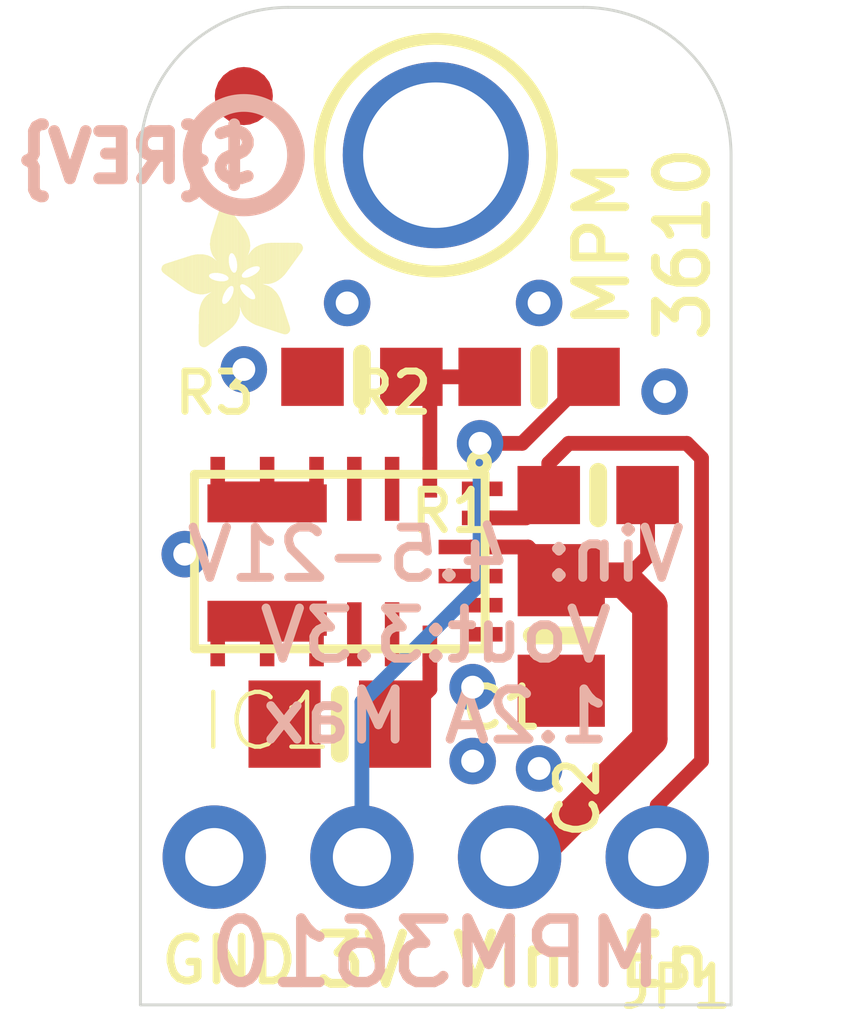
<source format=kicad_pcb>
(kicad_pcb (version 20241229) (generator "pcbnew") (generator_version "9.0")
  (layers (0 "F.Cu" signal) (2 "B.Cu" signal) (13 "F.Paste" user) (15 "B.Paste" user) (5 "F.SilkS" user "F.Silkscreen") (7 "B.SilkS" user "B.Silkscreen") (1 "F.Mask" user) (3 "B.Mask" user) (25 "Edge.Cuts" user))
  (net 0 "")
  (net 1 "GND")
  (net 2 "3.3V")
  (net 3 "VIN")
  (net 4 "EN")
  (net 5 "VCC")
  (net 6 "FB")
  (net 7 "SW")
  (footprint "Adafruit MPM3610:0603-NO" (layer "F.Cu") (at 151.2951 104.8131 180)
    (property "Reference" "R1" (at 1.778 0.127 0) (layer "F.SilkS") (effects (font (size 0.692831 0.692831) (thickness 0.119969)) (justify right top)))
    (property "Value" "75K")
    (pad "1" smd rect (at -0.85 0 180) (size 1.075 1) (layers "F.Cu" "F.Mask" "F.Paste") (net 3 "VIN"))
    (pad "2" smd rect (at 0.85 0 180) (size 1.075 1) (layers "F.Cu" "F.Mask" "F.Paste") (net 4 "EN"))
  )
  (footprint "Adafruit MPM3610:0603-NO" (layer "F.Cu") (at 147.2311 102.7811 180)
    (property "Reference" "R3" (at 1.778 0.127 0) (layer "F.SilkS") (effects (font (size 0.692831 0.692831) (thickness 0.119969)) (justify right top)))
    (property "Value" "24K")
    (pad "1" smd rect (at -0.85 0 180) (size 1.075 1) (layers "F.Cu" "F.Mask" "F.Paste") (net 6 "FB"))
    (pad "2" smd rect (at 0.85 0 180) (size 1.075 1) (layers "F.Cu" "F.Mask" "F.Paste") (net 1 "GND"))
  )
  (footprint "Adafruit MPM3610:0805-NO" (layer "F.Cu") (at 150.6601 107.2261 -90)
    (property "Reference" "C2" (at 2.032 0.127 90) (layer "F.SilkS") (effects (font (size 0.692831 0.692831) (thickness 0.119969)) (justify right top)))
    (property "Value" "22uF")
    (pad "1" smd rect (at -0.95 0 270) (size 1.24 1.5) (layers "F.Cu" "F.Mask" "F.Paste") (net 3 "VIN"))
    (pad "2" smd rect (at 0.95 0 270) (size 1.24 1.5) (layers "F.Cu" "F.Mask" "F.Paste") (net 1 "GND"))
  )
  (footprint "Adafruit MPM3610:0603-NO" (layer "F.Cu") (at 150.2791 102.7811 180)
    (property "Reference" "R2" (at 1.778 0.127 0) (layer "F.SilkS") (effects (font (size 0.692831 0.692831) (thickness 0.119969)) (justify right top)))
    (property "Value" "75K")
    (pad "1" smd rect (at -0.85 0 180) (size 1.075 1) (layers "F.Cu" "F.Mask" "F.Paste") (net 2 "3.3V"))
    (pad "2" smd rect (at 0.85 0 180) (size 1.075 1) (layers "F.Cu" "F.Mask" "F.Paste") (net 6 "FB"))
  )
  (footprint "Adafruit MPM3610:FIDUCIAL_1MM" (layer "F.Cu") (at 145.1991 97.9551)
    (property "Reference" "FID1" (hide yes))
    (property "Value" "FIDUCIAL_1MM" (hide yes))
    (pad "1" smd roundrect (at 0 0) (size 1 1) (layers "F.Cu" "F.Mask") (roundrect_rratio 0.5))
  )
  (footprint "Adafruit MPM3610:0805-NO" (layer "F.Cu") (at 146.8501 108.7501)
    (property "Reference" "C1" (at 2.032 0.127 0) (layer "F.SilkS") (effects (font (size 0.692831 0.692831) (thickness 0.119969)) (justify left bottom)))
    (property "Value" "22uF")
    (pad "1" smd rect (at -0.95 0) (size 1.24 1.5) (layers "F.Cu" "F.Mask" "F.Paste") (net 2 "3.3V"))
    (pad "2" smd rect (at 0.95 0) (size 1.24 1.5) (layers "F.Cu" "F.Mask" "F.Paste") (net 1 "GND"))
  )
  (footprint "Adafruit MPM3610:MPM3610" (layer "F.Cu") (at 146.8501 105.9561 -90)
    (property "Reference" "IC1" (at 3.3 2.45 0) (layer "F.SilkS") (effects (font (size 0.941222 0.941222) (thickness 0.074778)) (justify left bottom)))
    (property "Value" "MPM3610")
    (fp_poly (pts (xy 1.2762 0.4238) (xy 1.3762 0.4238) (xy 1.3762 2.2762) (xy 0.6738 2.2762) (xy 0.6738 0.2238) (xy 1.2762 0.2238)) (fill yes) (layer "F.Cu"))
    (fp_poly (pts (xy -0.6738 2.2762) (xy -1.3262 2.2762) (xy -1.3262 2.0762) (xy -1.3762 2.0762) (xy -1.3762 0.4238) (xy -1.3262 0.4238) (xy -1.3262 0.2238) (xy -0.6738 0.2238)) (fill yes) (layer "F.Cu"))
    (pad "1" smd rect (at -1.45 -1.55 270) (size 0.7 0.25) (layers "F.Cu" "F.Mask" "F.Paste") (net 6 "FB"))
    (pad "2" smd rect (at -1.25 -0.9 270) (size 1.1 0.25) (layers "F.Cu" "F.Mask" "F.Paste") (net 5 "VCC"))
    (pad "3" smd rect (at -1.25 -0.25 270) (size 1.1 0.25) (layers "F.Cu" "F.Mask" "F.Paste") (net 1 "GND"))
    (pad "4" smd rect (at -1.45 0.4 270) (size 0.7 0.25) (layers "F.Cu" "F.Mask" "F.Paste") (net 7 "SW"))
    (pad "5" smd rect (at -1.45 1.25 270) (size 0.7 0.25) (layers "F.Cu" "F.Mask" "F.Paste") (net 7 "SW"))
    (pad "6" smd rect (at -1.45 2.1 270) (size 0.7 0.25) (layers "F.Cu" "F.Mask" "F.Paste") (net 7 "SW"))
    (pad "7" smd rect (at 1.45 2.1 270) (size 0.7 0.25) (layers "F.Cu" "F.Mask" "F.Paste") (net 2 "3.3V"))
    (pad "8" smd rect (at 1.45 1.25 270) (size 0.7 0.25) (layers "F.Cu" "F.Mask" "F.Paste") (net 2 "3.3V"))
    (pad "9" smd rect (at 1.45 0.4 270) (size 0.7 0.25) (layers "F.Cu" "F.Mask" "F.Paste") (net 2 "3.3V"))
    (pad "10" smd rect (at 1.25 -0.25 270) (size 1.1 0.25) (layers "F.Cu" "F.Mask" "F.Paste"))
    (pad "11" smd rect (at 1.25 -0.9 270) (size 1.1 0.25) (layers "F.Cu" "F.Mask" "F.Paste"))
    (pad "12" smd rect (at 1.45 -1.55 270) (size 0.7 0.25) (layers "F.Cu" "F.Mask" "F.Paste") (net 1 "GND"))
    (pad "13" smd rect (at 1.25 -2.45) (size 0.7 0.25) (layers "F.Cu" "F.Mask" "F.Paste") (net 1 "GND"))
    (pad "14" smd rect (at 0.75 -2.45) (size 0.7 0.25) (layers "F.Cu" "F.Mask" "F.Paste") (net 1 "GND"))
    (pad "15" smd rect (at 0.25 -2.25) (size 1.1 0.25) (layers "F.Cu" "F.Mask" "F.Paste"))
    (pad "16" smd rect (at -0.25 -2.25) (size 1.1 0.25) (layers "F.Cu" "F.Mask" "F.Paste") (net 3 "VIN"))
    (pad "17" smd rect (at -0.75 -2.45) (size 0.7 0.25) (layers "F.Cu" "F.Mask" "F.Paste") (net 4 "EN"))
    (pad "18" smd rect (at -1.25 -2.45) (size 0.7 0.25) (layers "F.Cu" "F.Mask" "F.Paste"))
  )
  (footprint "Adafruit MPM3610:1X04_ROUND" (layer "F.Cu") (at 148.5011 111.0361 180)
    (property "Reference" "JP1" (at -5.1562 -1.8288 0) (layer "F.SilkS") (effects (font (size 0.692831 0.692831) (thickness 0.119969)) (justify right top)))
    (property "Value" "")
    (pad "1" thru_hole circle (at -3.81 0 270) (size 1.778 1.778) (drill 1) (layers "*.Cu" "*.Mask") (net 4 "EN"))
    (pad "2" thru_hole circle (at -1.27 0 270) (size 1.778 1.778) (drill 1) (layers "*.Cu" "*.Mask") (net 3 "VIN"))
    (pad "3" thru_hole circle (at 1.27 0 270) (size 1.778 1.778) (drill 1) (layers "*.Cu" "*.Mask") (net 2 "3.3V"))
    (pad "4" thru_hole circle (at 3.81 0 270) (size 1.778 1.778) (drill 1) (layers "*.Cu" "*.Mask") (net 1 "GND"))
  )
  (footprint "Adafruit MPM3610:ADAFRUIT_2.5MM" (layer "F.Cu") (at 146.2151 102.2731 90)
    (property "Reference" "U$11" (hide yes))
    (property "Value" "" (hide yes))
  )
  (footprint "Adafruit MPM3610:MOUNTINGHOLE_2.5_PLATED" (layer "F.Cu") (at 148.5011 98.9711)
    (property "Reference" "U$9" (hide yes))
    (property "Value" "MOUNTINGHOLE2.5" (hide yes))
    (pad "P$1" thru_hole circle (at 0 0) (size 3.2 3.2) (drill 2.5) (layers "*.Cu" "*.Mask"))
  )
  (footprint "Adafruit MPM3610:PCBFEAT-REV-040" (layer "B.Cu") (at 145.1991 98.9711 180)
    (property "Reference" "U$10" (hide yes))
    (property "Value" "" (hide yes))
    (fp_text user "${REV}" (at -0.3556 -0.508 0) (layer "B.SilkS") (effects (font (size 0.8128 0.8128) (thickness 0.2032)) (justify left bottom mirror)))
  )
  (gr_line (start 143.4211 113.5761) (end 143.4211 98.9711) (stroke (width 0.05)) (layer "Edge.Cuts"))
  (gr_line (start 153.5811 113.5761) (end 143.4211 113.5761) (stroke (width 0.05)) (layer "Edge.Cuts"))
  (gr_line (start 145.9611 96.4311) (end 151.0411 96.4311) (stroke (width 0.05)) (layer "Edge.Cuts"))
  (gr_line (start 153.5811 98.9711) (end 153.5811 113.5761) (stroke (width 0.05)) (layer "Edge.Cuts"))
  (gr_arc (start 143.4211 98.9711) (mid 144.165049 97.175049) (end 145.9611 96.4311) (stroke (width 0.05)) (layer "Edge.Cuts"))
  (gr_arc (start 151.0411 96.4311) (mid 152.837151 97.175049) (end 153.5811 98.9711) (stroke (width 0.05)) (layer "Edge.Cuts"))
  (gr_text "En" (at 152.4381 112.8141 0) (layer "F.SilkS") (effects (font (size 0.8636 0.8636) (thickness 0.1524))))
  (gr_text "Vin" (at 149.7711 112.8141 0) (layer "F.SilkS") (effects (font (size 0.8636 0.8636) (thickness 0.1524))))
  (gr_text "3V" (at 147.2311 112.8141 0) (layer "F.SilkS") (effects (font (size 0.8636 0.8636) (thickness 0.1524))))
  (gr_text "GND" (at 144.9451 112.8141 0) (layer "F.SilkS") (effects (font (size 0.75565 0.75565) (thickness 0.13335))))
  (gr_text "MPM\n3610" (at 152.0571 100.4951 90) (layer "F.SilkS") (effects (font (size 0.8636 0.8636) (thickness 0.1524))))
  (gr_text "Vin: 4.5-21V\nVout:3.3V\n1.2A Max" (at 148.5011 107.2261 -0) (layer "B.SilkS") (effects (font (size 0.8636 0.8636) (thickness 0.1524)) (justify mirror)))
  (gr_text "MPM3610" (at 148.5011 112.6871 -0) (layer "B.SilkS") (effects (font (size 1.0922 1.0922) (thickness 0.1778)) (justify mirror)))
  (segment (start 148.4001 108.1501) (end 147.8001 108.7501) (width 0.254) (layer "F.Cu") (net 1))
  (segment (start 148.4001 107.4061) (end 148.4001 108.1501) (width 0.254) (layer "F.Cu") (net 1))
  (via (at 149.1361 108.1151) (size 0.8001) (drill 0.3937) (layers "F.Cu" "B.Cu") (net 1))
  (via (at 144.1831 105.8291) (size 0.8001) (drill 0.3937) (layers "F.Cu" "B.Cu") (net 1))
  (via (at 152.4381 103.0351) (size 0.8001) (drill 0.3937) (layers "F.Cu" "B.Cu") (net 1))
  (via (at 150.2791 109.5121) (size 0.8001) (drill 0.3937) (layers "F.Cu" "B.Cu") (net 1))
  (via (at 146.9771 101.5111) (size 0.8001) (drill 0.3937) (layers "F.Cu" "B.Cu") (net 1))
  (via (at 145.1991 102.6541) (size 0.8001) (drill 0.3937) (layers "F.Cu" "B.Cu") (net 1))
  (via (at 150.2791 101.5111) (size 0.8001) (drill 0.3937) (layers "F.Cu" "B.Cu") (net 1))
  (via (at 149.1361 109.3851) (size 0.8001) (drill 0.3937) (layers "F.Cu" "B.Cu") (net 1))
  (segment (start 149.2631 103.9241) (end 149.9861 103.9241) (width 0.254) (layer "F.Cu") (net 2))
  (segment (start 151.1291 102.7811) (end 149.9861 103.9241) (width 0.254) (layer "F.Cu") (net 2))
  (via (at 149.2631 103.9241) (size 0.8001) (drill 0.3937) (layers "F.Cu" "B.Cu") (net 2))
  (segment (start 149.2631 103.9241) (end 149.2631 106.3371) (width 0.254) (layer "B.Cu") (net 2))
  (segment (start 147.2311 108.3691) (end 147.2311 111.0361) (width 0.254) (layer "B.Cu") (net 2))
  (segment (start 149.2631 106.3371) (end 147.2311 108.3691) (width 0.254) (layer "B.Cu") (net 2))
  (segment (start 149.1001 105.7061) (end 150.0901 105.7061) (width 0.254) (layer "F.Cu") (net 3))
  (segment (start 152.1841 109.0041) (end 150.1521 111.0361) (width 0.6096) (layer "F.Cu") (net 3))
  (segment (start 152.1451 105.8731) (end 151.7421 106.2761) (width 0.254) (layer "F.Cu") (net 3))
  (segment (start 152.1451 104.8131) (end 152.1451 105.8731) (width 0.254) (layer "F.Cu") (net 3))
  (segment (start 152.1841 106.7181) (end 152.1841 109.0041) (width 0.6096) (layer "F.Cu") (net 3))
  (segment (start 150.0901 105.7061) (end 150.6601 106.2761) (width 0.254) (layer "F.Cu") (net 3))
  (segment (start 150.6601 106.2761) (end 151.7421 106.2761) (width 0.6096) (layer "F.Cu") (net 3))
  (segment (start 151.7421 106.2761) (end 152.1841 106.7181) (width 0.6096) (layer "F.Cu") (net 3))
  (segment (start 150.1521 111.0361) (end 149.7711 111.0361) (width 0.6096) (layer "F.Cu") (net 3))
  (segment (start 152.8191 103.9241) (end 153.0731 104.1781) (width 0.254) (layer "F.Cu") (net 4))
  (segment (start 150.7871 103.9241) (end 152.8191 103.9241) (width 0.254) (layer "F.Cu") (net 4))
  (segment (start 153.0731 109.3851) (end 152.3111 110.1471) (width 0.254) (layer "F.Cu") (net 4))
  (segment (start 150.4451 104.2661) (end 150.7871 103.9241) (width 0.254) (layer "F.Cu") (net 4))
  (segment (start 150.0521 105.2061) (end 150.4451 104.8131) (width 0.254) (layer "F.Cu") (net 4))
  (segment (start 150.4451 104.8131) (end 150.4451 104.2661) (width 0.254) (layer "F.Cu") (net 4))
  (segment (start 152.3111 110.1471) (end 152.3111 111.0361) (width 0.254) (layer "F.Cu") (net 4))
  (segment (start 153.0731 104.1781) (end 153.0731 109.3851) (width 0.254) (layer "F.Cu") (net 4))
  (segment (start 149.3001 105.2061) (end 150.0521 105.2061) (width 0.254) (layer "F.Cu") (net 4))
  (segment (start 148.4001 104.5061) (end 148.4001 103.1001) (width 0.254) (layer "F.Cu") (net 6))
  (segment (start 148.4001 103.1001) (end 148.0811 102.7811) (width 0.254) (layer "F.Cu") (net 6))
  (segment (start 149.4291 102.7811) (end 148.0811 102.7811) (width 0.254) (layer "F.Cu") (net 6))
)
</source>
